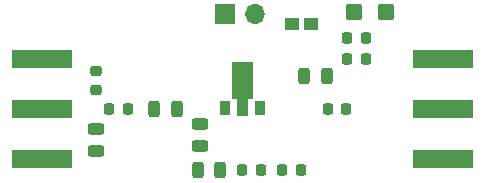
<source format=gbr>
%TF.GenerationSoftware,KiCad,Pcbnew,(5.99.0-7233-g6a28d6af27)*%
%TF.CreationDate,2021-07-20T18:44:52+02:00*%
%TF.ProjectId,lna,6c6e612e-6b69-4636-9164-5f7063625858,rev?*%
%TF.SameCoordinates,Original*%
%TF.FileFunction,Soldermask,Top*%
%TF.FilePolarity,Negative*%
%FSLAX46Y46*%
G04 Gerber Fmt 4.6, Leading zero omitted, Abs format (unit mm)*
G04 Created by KiCad (PCBNEW (5.99.0-7233-g6a28d6af27)) date 2021-07-20 18:44:52*
%MOMM*%
%LPD*%
G01*
G04 APERTURE LIST*
G04 Aperture macros list*
%AMRoundRect*
0 Rectangle with rounded corners*
0 $1 Rounding radius*
0 $2 $3 $4 $5 $6 $7 $8 $9 X,Y pos of 4 corners*
0 Add a 4 corners polygon primitive as box body*
4,1,4,$2,$3,$4,$5,$6,$7,$8,$9,$2,$3,0*
0 Add four circle primitives for the rounded corners*
1,1,$1+$1,$2,$3,0*
1,1,$1+$1,$4,$5,0*
1,1,$1+$1,$6,$7,0*
1,1,$1+$1,$8,$9,0*
0 Add four rect primitives between the rounded corners*
20,1,$1+$1,$2,$3,$4,$5,0*
20,1,$1+$1,$4,$5,$6,$7,0*
20,1,$1+$1,$6,$7,$8,$9,0*
20,1,$1+$1,$8,$9,$2,$3,0*%
G04 Aperture macros list end*
%ADD10RoundRect,0.218750X0.256250X-0.218750X0.256250X0.218750X-0.256250X0.218750X-0.256250X-0.218750X0*%
%ADD11RoundRect,0.250000X-0.450000X-0.425000X0.450000X-0.425000X0.450000X0.425000X-0.450000X0.425000X0*%
%ADD12R,0.900000X1.300000*%
%ADD13RoundRect,0.243750X0.243750X0.456250X-0.243750X0.456250X-0.243750X-0.456250X0.243750X-0.456250X0*%
%ADD14R,5.080000X1.500000*%
%ADD15RoundRect,0.218750X-0.218750X-0.256250X0.218750X-0.256250X0.218750X0.256250X-0.218750X0.256250X0*%
%ADD16RoundRect,0.243750X-0.243750X-0.456250X0.243750X-0.456250X0.243750X0.456250X-0.243750X0.456250X0*%
%ADD17R,1.306056X1.058220*%
%ADD18R,1.700000X1.700000*%
%ADD19O,1.700000X1.700000*%
%ADD20RoundRect,0.218750X0.218750X0.256250X-0.218750X0.256250X-0.218750X-0.256250X0.218750X-0.256250X0*%
%ADD21RoundRect,0.243750X-0.456250X0.243750X-0.456250X-0.243750X0.456250X-0.243750X0.456250X0.243750X0*%
G04 APERTURE END LIST*
D10*
%TO.C,C1*%
X132600000Y-93387500D03*
X132600000Y-91812500D03*
%TD*%
D11*
%TO.C,C6*%
X154450000Y-86800000D03*
X157150000Y-86800000D03*
%TD*%
D12*
%TO.C,U1*%
X143500000Y-94950000D03*
G36*
X145866500Y-91000000D02*
G01*
X145866500Y-94125000D01*
X145450000Y-94125000D01*
X145449999Y-95600000D01*
X144550000Y-95600000D01*
X144550001Y-94125000D01*
X144133500Y-94125000D01*
X144133501Y-91000000D01*
X145866500Y-91000000D01*
G37*
X146500000Y-94950000D03*
%TD*%
D13*
%TO.C,L2*%
X139437500Y-95000000D03*
X137562500Y-95000000D03*
%TD*%
D14*
%TO.C,J3*%
X162000000Y-95000000D03*
X162000000Y-99250000D03*
X162000000Y-90750000D03*
%TD*%
D15*
%TO.C,C2*%
X133750000Y-95000000D03*
X135325000Y-95000000D03*
%TD*%
%TO.C,C7*%
X152212500Y-95000000D03*
X153787500Y-95000000D03*
%TD*%
%TO.C,R1*%
X145012500Y-100200000D03*
X146587500Y-100200000D03*
%TD*%
D16*
%TO.C,L4*%
X141262500Y-100200000D03*
X143137500Y-100200000D03*
%TD*%
D17*
%TO.C,FB1*%
X149223918Y-87800000D03*
X150776082Y-87800000D03*
%TD*%
D18*
%TO.C,J2*%
X143500000Y-87000000D03*
D19*
X146040000Y-87000000D03*
%TD*%
D20*
%TO.C,C4*%
X155462500Y-90800000D03*
X153887500Y-90800000D03*
%TD*%
D21*
%TO.C,L3*%
X141400000Y-96262500D03*
X141400000Y-98137500D03*
%TD*%
D16*
%TO.C,L5*%
X150262500Y-92200000D03*
X152137500Y-92200000D03*
%TD*%
D15*
%TO.C,C3*%
X148400000Y-100200000D03*
X149975000Y-100200000D03*
%TD*%
D14*
%TO.C,J1*%
X128000000Y-95000000D03*
X128000000Y-90750000D03*
X128000000Y-99250000D03*
%TD*%
D21*
%TO.C,L1*%
X132600000Y-96662500D03*
X132600000Y-98537500D03*
%TD*%
D15*
%TO.C,C5*%
X153887500Y-89000000D03*
X155462500Y-89000000D03*
%TD*%
M02*

</source>
